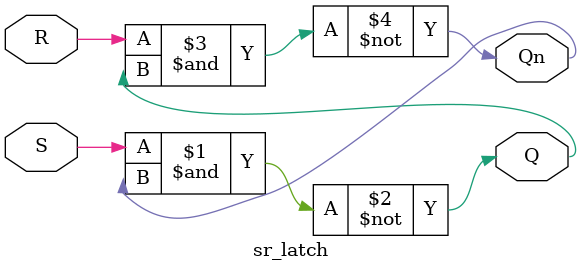
<source format=v>
module sr_latch (
    input S, R,
    output Q, Qn
);
    nand
        G1 (Q, S, Qn),
        G2 (Qn, R, Q);
endmodule

</source>
